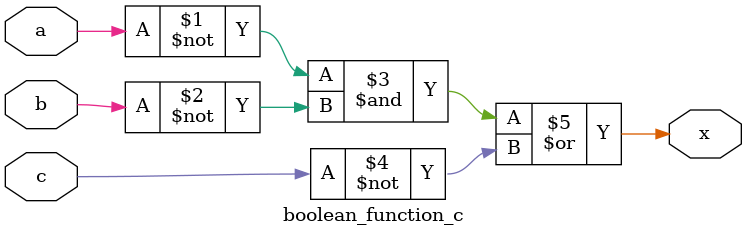
<source format=v>
`timescale 1ns / 1ps

module boolean_function_c(
input a,b,c,
output x);

assign x=((~a)&(~b))|(~c);

endmodule

</source>
